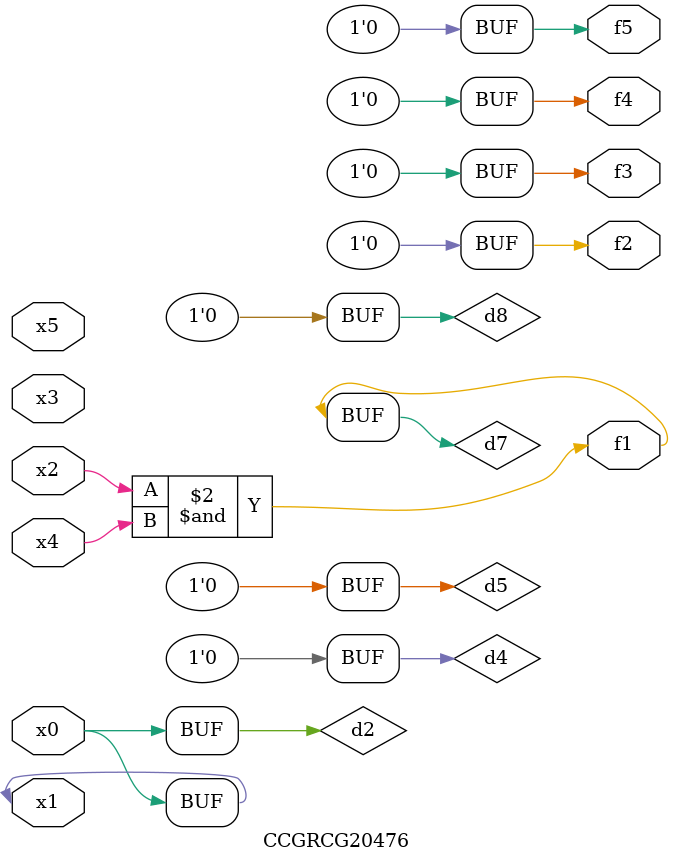
<source format=v>
module CCGRCG20476(
	input x0, x1, x2, x3, x4, x5,
	output f1, f2, f3, f4, f5
);

	wire d1, d2, d3, d4, d5, d6, d7, d8, d9;

	nand (d1, x1);
	buf (d2, x0, x1);
	nand (d3, x2, x4);
	and (d4, d1, d2);
	and (d5, d1, d2);
	nand (d6, d1, d3);
	not (d7, d3);
	xor (d8, d5);
	nor (d9, d5, d6);
	assign f1 = d7;
	assign f2 = d8;
	assign f3 = d8;
	assign f4 = d8;
	assign f5 = d8;
endmodule

</source>
